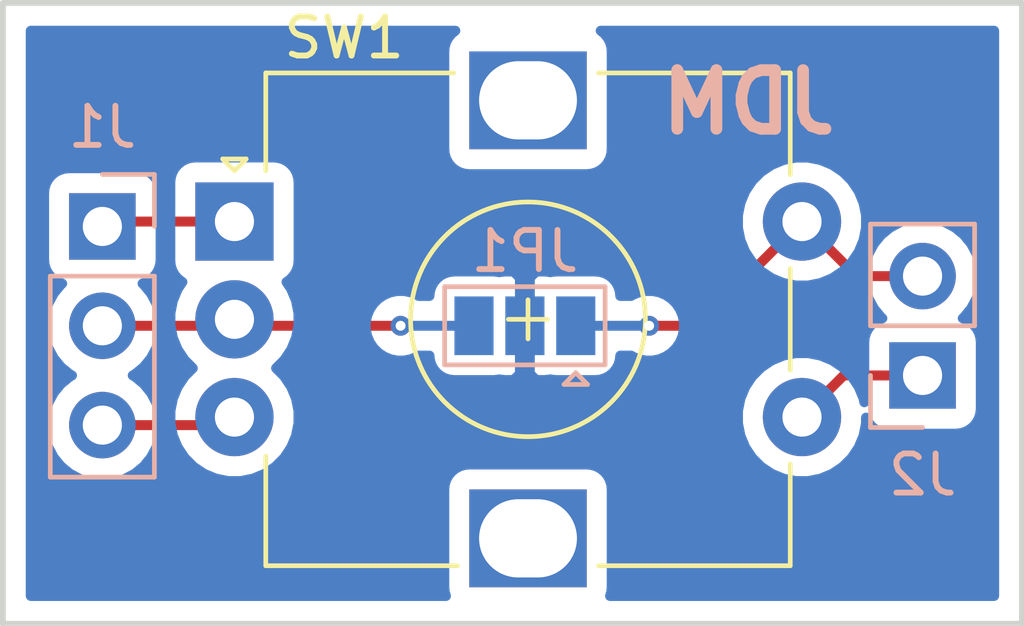
<source format=kicad_pcb>
(kicad_pcb (version 20171130) (host pcbnew "(5.1.2-1)-1")

  (general
    (thickness 1.6)
    (drawings 5)
    (tracks 20)
    (zones 0)
    (modules 4)
    (nets 7)
  )

  (page A4)
  (layers
    (0 F.Cu signal)
    (31 B.Cu signal)
    (34 B.Paste user)
    (35 F.Paste user)
    (36 B.SilkS user)
    (37 F.SilkS user)
    (38 B.Mask user)
    (39 F.Mask user)
    (40 Dwgs.User user)
    (41 Cmts.User user)
    (42 Eco1.User user)
    (43 Eco2.User user)
    (44 Edge.Cuts user)
    (45 Margin user)
    (46 B.CrtYd user)
    (47 F.CrtYd user)
  )

  (setup
    (last_trace_width 0.1524)
    (user_trace_width 0.254)
    (user_trace_width 0.381)
    (user_trace_width 0.508)
    (user_trace_width 0.8128)
    (trace_clearance 0.1524)
    (zone_clearance 0.508)
    (zone_45_only no)
    (trace_min 0.1524)
    (via_size 0.508)
    (via_drill 0.254)
    (via_min_size 0.508)
    (via_min_drill 0.254)
    (uvia_size 0.508)
    (uvia_drill 0.254)
    (uvias_allowed no)
    (uvia_min_size 0.508)
    (uvia_min_drill 0.254)
    (edge_width 0.15)
    (segment_width 0.2)
    (pcb_text_width 0.3)
    (pcb_text_size 1.5 1.5)
    (mod_edge_width 0.15)
    (mod_text_size 1 1)
    (mod_text_width 0.15)
    (pad_size 1.524 1.524)
    (pad_drill 0.762)
    (pad_to_mask_clearance 0.0508)
    (solder_mask_min_width 0.1016)
    (aux_axis_origin 0 0)
    (visible_elements FFFFFF7F)
    (pcbplotparams
      (layerselection 0x010fc_ffffffff)
      (usegerberextensions false)
      (usegerberattributes false)
      (usegerberadvancedattributes false)
      (creategerberjobfile false)
      (excludeedgelayer true)
      (linewidth 0.100000)
      (plotframeref false)
      (viasonmask false)
      (mode 1)
      (useauxorigin false)
      (hpglpennumber 1)
      (hpglpenspeed 20)
      (hpglpendiameter 15.000000)
      (psnegative false)
      (psa4output false)
      (plotreference true)
      (plotvalue true)
      (plotinvisibletext false)
      (padsonsilk false)
      (subtractmaskfromsilk false)
      (outputformat 1)
      (mirror false)
      (drillshape 1)
      (scaleselection 1)
      (outputdirectory ""))
  )

  (net 0 "")
  (net 1 "Net-(J1-Pad3)")
  (net 2 "Net-(J1-Pad2)")
  (net 3 "Net-(J1-Pad1)")
  (net 4 "Net-(J2-Pad2)")
  (net 5 "Net-(J2-Pad1)")
  (net 6 GND)

  (net_class Default "This is the default net class."
    (clearance 0.1524)
    (trace_width 0.1524)
    (via_dia 0.508)
    (via_drill 0.254)
    (uvia_dia 0.508)
    (uvia_drill 0.254)
    (diff_pair_width 0.1524)
    (diff_pair_gap 0.1524)
    (add_net GND)
    (add_net "Net-(J1-Pad1)")
    (add_net "Net-(J1-Pad2)")
    (add_net "Net-(J1-Pad3)")
    (add_net "Net-(J2-Pad1)")
    (add_net "Net-(J2-Pad2)")
  )

  (module Jumper:SolderJumper-3_P1.3mm_Open_Pad1.0x1.5mm (layer B.Cu) (tedit 5A3F8BB2) (tstamp 5D52C818)
    (at 127.635 90.17 180)
    (descr "SMD Solder 3-pad Jumper, 1x1.5mm Pads, 0.3mm gap, open")
    (tags "solder jumper open")
    (path /5D56BB0F)
    (attr virtual)
    (fp_text reference JP1 (at 0 1.905) (layer B.SilkS)
      (effects (font (size 1 1) (thickness 0.15)) (justify mirror))
    )
    (fp_text value SolderJumper_3_Open (at 0 -2) (layer B.Fab)
      (effects (font (size 1 1) (thickness 0.15)) (justify mirror))
    )
    (fp_line (start 2.3 -1.25) (end -2.3 -1.25) (layer B.CrtYd) (width 0.05))
    (fp_line (start 2.3 -1.25) (end 2.3 1.25) (layer B.CrtYd) (width 0.05))
    (fp_line (start -2.3 1.25) (end -2.3 -1.25) (layer B.CrtYd) (width 0.05))
    (fp_line (start -2.3 1.25) (end 2.3 1.25) (layer B.CrtYd) (width 0.05))
    (fp_line (start -2.05 1) (end 2.05 1) (layer B.SilkS) (width 0.12))
    (fp_line (start 2.05 1) (end 2.05 -1) (layer B.SilkS) (width 0.12))
    (fp_line (start 2.05 -1) (end -2.05 -1) (layer B.SilkS) (width 0.12))
    (fp_line (start -2.05 -1) (end -2.05 1) (layer B.SilkS) (width 0.12))
    (fp_line (start -1.3 -1.2) (end -1.6 -1.5) (layer B.SilkS) (width 0.12))
    (fp_line (start -1.6 -1.5) (end -1 -1.5) (layer B.SilkS) (width 0.12))
    (fp_line (start -1.3 -1.2) (end -1 -1.5) (layer B.SilkS) (width 0.12))
    (pad 1 smd rect (at -1.3 0 180) (size 1 1.5) (layers B.Cu B.Mask)
      (net 4 "Net-(J2-Pad2)"))
    (pad 2 smd rect (at 0 0 180) (size 1 1.5) (layers B.Cu B.Mask)
      (net 6 GND))
    (pad 3 smd rect (at 1.3 0 180) (size 1 1.5) (layers B.Cu B.Mask)
      (net 2 "Net-(J1-Pad2)"))
  )

  (module Rotary_Encoder:RotaryEncoder_Alps_EC12E-Switch_Vertical_H20mm (layer F.Cu) (tedit 5A64F492) (tstamp 5D52C385)
    (at 120.215 87.505)
    (descr "Alps rotary encoder, EC12E... with switch, vertical shaft, http://www.alps.com/prod/info/E/HTML/Encoder/Incremental/EC12E/EC12E1240405.html & http://cdn-reichelt.de/documents/datenblatt/F100/402097STEC12E08.PDF")
    (tags "rotary encoder")
    (path /5D566876)
    (fp_text reference SW1 (at 2.8 -4.7) (layer F.SilkS)
      (effects (font (size 1 1) (thickness 0.15)))
    )
    (fp_text value Rotary_Encoder_Switch (at 7.5 10.4) (layer F.Fab)
      (effects (font (size 1 1) (thickness 0.15)))
    )
    (fp_circle (center 7.5 2.5) (end 10.5 2.5) (layer F.Fab) (width 0.12))
    (fp_circle (center 7.5 2.5) (end 10.5 2.5) (layer F.SilkS) (width 0.12))
    (fp_line (start 16 9.85) (end -1.5 9.85) (layer F.CrtYd) (width 0.05))
    (fp_line (start 16 9.85) (end 16 -4.85) (layer F.CrtYd) (width 0.05))
    (fp_line (start -1.5 -4.85) (end -1.5 9.85) (layer F.CrtYd) (width 0.05))
    (fp_line (start -1.5 -4.85) (end 16 -4.85) (layer F.CrtYd) (width 0.05))
    (fp_line (start 1.9 -3.7) (end 14.1 -3.7) (layer F.Fab) (width 0.12))
    (fp_line (start 14.1 -3.7) (end 14.1 8.7) (layer F.Fab) (width 0.12))
    (fp_line (start 14.1 8.7) (end 0.9 8.7) (layer F.Fab) (width 0.12))
    (fp_line (start 0.9 8.7) (end 0.9 -2.6) (layer F.Fab) (width 0.12))
    (fp_line (start 0.9 -2.6) (end 1.9 -3.7) (layer F.Fab) (width 0.12))
    (fp_line (start 9.3 -3.8) (end 14.2 -3.8) (layer F.SilkS) (width 0.12))
    (fp_line (start 14.2 8.8) (end 9.3 8.8) (layer F.SilkS) (width 0.12))
    (fp_line (start 5.7 8.8) (end 0.8 8.8) (layer F.SilkS) (width 0.12))
    (fp_line (start 0.8 8.8) (end 0.8 6) (layer F.SilkS) (width 0.12))
    (fp_line (start 5.6 -3.8) (end 0.8 -3.8) (layer F.SilkS) (width 0.12))
    (fp_line (start 0.8 -3.8) (end 0.8 -1.3) (layer F.SilkS) (width 0.12))
    (fp_line (start 0 -1.3) (end -0.3 -1.6) (layer F.SilkS) (width 0.12))
    (fp_line (start -0.3 -1.6) (end 0.3 -1.6) (layer F.SilkS) (width 0.12))
    (fp_line (start 0.3 -1.6) (end 0 -1.3) (layer F.SilkS) (width 0.12))
    (fp_line (start 7.5 -0.5) (end 7.5 5.5) (layer F.Fab) (width 0.12))
    (fp_line (start 4.5 2.5) (end 10.5 2.5) (layer F.Fab) (width 0.12))
    (fp_line (start 14.2 -3.8) (end 14.2 -1.2) (layer F.SilkS) (width 0.12))
    (fp_line (start 14.2 1.2) (end 14.2 3.8) (layer F.SilkS) (width 0.12))
    (fp_line (start 14.2 6.2) (end 14.2 8.8) (layer F.SilkS) (width 0.12))
    (fp_text user %R (at 11.5 6.6) (layer F.Fab)
      (effects (font (size 1 1) (thickness 0.15)))
    )
    (fp_line (start 7.5 2) (end 7.5 3) (layer F.SilkS) (width 0.12))
    (fp_line (start 7 2.5) (end 8 2.5) (layer F.SilkS) (width 0.12))
    (pad A thru_hole rect (at 0 0) (size 2 2) (drill 1) (layers *.Cu *.Mask)
      (net 3 "Net-(J1-Pad1)"))
    (pad C thru_hole circle (at 0 2.5) (size 2 2) (drill 1) (layers *.Cu *.Mask)
      (net 2 "Net-(J1-Pad2)"))
    (pad B thru_hole circle (at 0 5) (size 2 2) (drill 1) (layers *.Cu *.Mask)
      (net 1 "Net-(J1-Pad3)"))
    (pad MP thru_hole rect (at 7.5 -3.1) (size 3 2.5) (drill oval 2.5 2) (layers *.Cu *.Mask))
    (pad MP thru_hole rect (at 7.5 8.1) (size 3 2.5) (drill oval 2.5 2) (layers *.Cu *.Mask))
    (pad S1 thru_hole circle (at 14.5 0) (size 2 2) (drill 1) (layers *.Cu *.Mask)
      (net 4 "Net-(J2-Pad2)"))
    (pad S2 thru_hole circle (at 14.5 5) (size 2 2) (drill 1) (layers *.Cu *.Mask)
      (net 5 "Net-(J2-Pad1)"))
    (model ${KISYS3DMOD}/Rotary_Encoder.3dshapes/RotaryEncoder_Alps_EC12E-Switch_Vertical_H20mm.wrl
      (at (xyz 0 0 0))
      (scale (xyz 1 1 1))
      (rotate (xyz 0 0 0))
    )
  )

  (module Connector_PinHeader_2.54mm:PinHeader_1x02_P2.54mm_Vertical (layer B.Cu) (tedit 59FED5CC) (tstamp 5D52C35E)
    (at 137.795 91.44)
    (descr "Through hole straight pin header, 1x02, 2.54mm pitch, single row")
    (tags "Through hole pin header THT 1x02 2.54mm single row")
    (path /5D56A2F0)
    (fp_text reference J2 (at 0 2.54) (layer B.SilkS)
      (effects (font (size 1 1) (thickness 0.15)) (justify mirror))
    )
    (fp_text value Conn_01x02 (at 0 -4.87) (layer B.Fab)
      (effects (font (size 1 1) (thickness 0.15)) (justify mirror))
    )
    (fp_text user %R (at 0 0 270) (layer B.Fab)
      (effects (font (size 1 1) (thickness 0.15)) (justify mirror))
    )
    (fp_line (start 1.8 1.8) (end -1.8 1.8) (layer B.CrtYd) (width 0.05))
    (fp_line (start 1.8 -4.35) (end 1.8 1.8) (layer B.CrtYd) (width 0.05))
    (fp_line (start -1.8 -4.35) (end 1.8 -4.35) (layer B.CrtYd) (width 0.05))
    (fp_line (start -1.8 1.8) (end -1.8 -4.35) (layer B.CrtYd) (width 0.05))
    (fp_line (start -1.33 1.33) (end 0 1.33) (layer B.SilkS) (width 0.12))
    (fp_line (start -1.33 0) (end -1.33 1.33) (layer B.SilkS) (width 0.12))
    (fp_line (start -1.33 -1.27) (end 1.33 -1.27) (layer B.SilkS) (width 0.12))
    (fp_line (start 1.33 -1.27) (end 1.33 -3.87) (layer B.SilkS) (width 0.12))
    (fp_line (start -1.33 -1.27) (end -1.33 -3.87) (layer B.SilkS) (width 0.12))
    (fp_line (start -1.33 -3.87) (end 1.33 -3.87) (layer B.SilkS) (width 0.12))
    (fp_line (start -1.27 0.635) (end -0.635 1.27) (layer B.Fab) (width 0.1))
    (fp_line (start -1.27 -3.81) (end -1.27 0.635) (layer B.Fab) (width 0.1))
    (fp_line (start 1.27 -3.81) (end -1.27 -3.81) (layer B.Fab) (width 0.1))
    (fp_line (start 1.27 1.27) (end 1.27 -3.81) (layer B.Fab) (width 0.1))
    (fp_line (start -0.635 1.27) (end 1.27 1.27) (layer B.Fab) (width 0.1))
    (pad 2 thru_hole oval (at 0 -2.54) (size 1.7 1.7) (drill 1) (layers *.Cu *.Mask)
      (net 4 "Net-(J2-Pad2)"))
    (pad 1 thru_hole rect (at 0 0) (size 1.7 1.7) (drill 1) (layers *.Cu *.Mask)
      (net 5 "Net-(J2-Pad1)"))
    (model ${KISYS3DMOD}/Connector_PinHeader_2.54mm.3dshapes/PinHeader_1x02_P2.54mm_Vertical.wrl
      (at (xyz 0 0 0))
      (scale (xyz 1 1 1))
      (rotate (xyz 0 0 0))
    )
  )

  (module Connector_PinHeader_2.54mm:PinHeader_1x03_P2.54mm_Vertical (layer B.Cu) (tedit 59FED5CC) (tstamp 5D52C348)
    (at 116.84 87.63 180)
    (descr "Through hole straight pin header, 1x03, 2.54mm pitch, single row")
    (tags "Through hole pin header THT 1x03 2.54mm single row")
    (path /5D5698F8)
    (fp_text reference J1 (at 0 2.54) (layer B.SilkS)
      (effects (font (size 1 1) (thickness 0.15)) (justify mirror))
    )
    (fp_text value Conn_01x03 (at 0 -7.41) (layer B.Fab)
      (effects (font (size 1 1) (thickness 0.15)) (justify mirror))
    )
    (fp_text user %R (at 0 -2.54 270) (layer B.Fab)
      (effects (font (size 1 1) (thickness 0.15)) (justify mirror))
    )
    (fp_line (start 1.8 1.8) (end -1.8 1.8) (layer B.CrtYd) (width 0.05))
    (fp_line (start 1.8 -6.85) (end 1.8 1.8) (layer B.CrtYd) (width 0.05))
    (fp_line (start -1.8 -6.85) (end 1.8 -6.85) (layer B.CrtYd) (width 0.05))
    (fp_line (start -1.8 1.8) (end -1.8 -6.85) (layer B.CrtYd) (width 0.05))
    (fp_line (start -1.33 1.33) (end 0 1.33) (layer B.SilkS) (width 0.12))
    (fp_line (start -1.33 0) (end -1.33 1.33) (layer B.SilkS) (width 0.12))
    (fp_line (start -1.33 -1.27) (end 1.33 -1.27) (layer B.SilkS) (width 0.12))
    (fp_line (start 1.33 -1.27) (end 1.33 -6.41) (layer B.SilkS) (width 0.12))
    (fp_line (start -1.33 -1.27) (end -1.33 -6.41) (layer B.SilkS) (width 0.12))
    (fp_line (start -1.33 -6.41) (end 1.33 -6.41) (layer B.SilkS) (width 0.12))
    (fp_line (start -1.27 0.635) (end -0.635 1.27) (layer B.Fab) (width 0.1))
    (fp_line (start -1.27 -6.35) (end -1.27 0.635) (layer B.Fab) (width 0.1))
    (fp_line (start 1.27 -6.35) (end -1.27 -6.35) (layer B.Fab) (width 0.1))
    (fp_line (start 1.27 1.27) (end 1.27 -6.35) (layer B.Fab) (width 0.1))
    (fp_line (start -0.635 1.27) (end 1.27 1.27) (layer B.Fab) (width 0.1))
    (pad 3 thru_hole oval (at 0 -5.08 180) (size 1.7 1.7) (drill 1) (layers *.Cu *.Mask)
      (net 1 "Net-(J1-Pad3)"))
    (pad 2 thru_hole oval (at 0 -2.54 180) (size 1.7 1.7) (drill 1) (layers *.Cu *.Mask)
      (net 2 "Net-(J1-Pad2)"))
    (pad 1 thru_hole rect (at 0 0 180) (size 1.7 1.7) (drill 1) (layers *.Cu *.Mask)
      (net 3 "Net-(J1-Pad1)"))
    (model ${KISYS3DMOD}/Connector_PinHeader_2.54mm.3dshapes/PinHeader_1x03_P2.54mm_Vertical.wrl
      (at (xyz 0 0 0))
      (scale (xyz 1 1 1))
      (rotate (xyz 0 0 0))
    )
  )

  (gr_text JDM (at 133.35 84.455) (layer B.SilkS)
    (effects (font (size 1.5 1.5) (thickness 0.3)) (justify mirror))
  )
  (gr_line (start 114.3 97.79) (end 114.3 81.915) (layer Edge.Cuts) (width 0.15) (tstamp 5D52CA3E))
  (gr_line (start 140.335 97.79) (end 114.3 97.79) (layer Edge.Cuts) (width 0.15))
  (gr_line (start 140.335 81.915) (end 140.335 97.79) (layer Edge.Cuts) (width 0.15))
  (gr_line (start 114.3 81.915) (end 140.335 81.915) (layer Edge.Cuts) (width 0.15))

  (segment (start 120.01 92.71) (end 120.215 92.505) (width 0.254) (layer F.Cu) (net 1))
  (segment (start 116.84 92.71) (end 120.01 92.71) (width 0.254) (layer F.Cu) (net 1))
  (segment (start 120.05 90.17) (end 120.215 90.005) (width 0.254) (layer F.Cu) (net 2))
  (segment (start 116.84 90.17) (end 120.05 90.17) (width 0.254) (layer F.Cu) (net 2))
  (segment (start 126.335 90.17) (end 124.46 90.17) (width 0.254) (layer B.Cu) (net 2))
  (segment (start 124.46 90.17) (end 124.46 90.17) (width 0.254) (layer B.Cu) (net 2) (tstamp 5D52CB57))
  (via (at 124.46 90.17) (size 0.508) (drill 0.254) (layers F.Cu B.Cu) (net 2))
  (segment (start 120.38 90.17) (end 120.215 90.005) (width 0.254) (layer F.Cu) (net 2))
  (segment (start 124.46 90.17) (end 120.38 90.17) (width 0.254) (layer F.Cu) (net 2))
  (segment (start 116.965 87.505) (end 116.84 87.63) (width 0.254) (layer F.Cu) (net 3))
  (segment (start 120.215 87.505) (end 116.965 87.505) (width 0.254) (layer F.Cu) (net 3))
  (segment (start 135.78 91.44) (end 134.715 92.505) (width 0.254) (layer F.Cu) (net 5))
  (segment (start 137.795 91.44) (end 135.78 91.44) (width 0.254) (layer F.Cu) (net 5))
  (segment (start 136.11 88.9) (end 134.715 87.505) (width 0.254) (layer F.Cu) (net 4))
  (segment (start 137.795 88.9) (end 136.11 88.9) (width 0.254) (layer F.Cu) (net 4))
  (segment (start 128.935 90.17) (end 130.81 90.17) (width 0.254) (layer B.Cu) (net 4))
  (segment (start 130.81 90.17) (end 130.81 90.17) (width 0.254) (layer B.Cu) (net 4) (tstamp 5D52CB55))
  (via (at 130.81 90.17) (size 0.508) (drill 0.254) (layers F.Cu B.Cu) (net 4))
  (segment (start 132.05 90.17) (end 134.715 87.505) (width 0.254) (layer F.Cu) (net 4))
  (segment (start 130.81 90.17) (end 132.05 90.17) (width 0.254) (layer F.Cu) (net 4))

  (zone (net 6) (net_name GND) (layer B.Cu) (tstamp 0) (hatch edge 0.508)
    (connect_pads (clearance 0.508))
    (min_thickness 0.254)
    (fill yes (arc_segments 32) (thermal_gap 0.508) (thermal_bridge_width 0.508))
    (polygon
      (pts
        (xy 114.3 81.915) (xy 140.335 81.915) (xy 140.335 97.79) (xy 114.3 97.79)
      )
    )
    (filled_polygon
      (pts
        (xy 125.763815 82.703815) (xy 125.684463 82.800506) (xy 125.625498 82.91082) (xy 125.589188 83.030518) (xy 125.576928 83.155)
        (xy 125.576928 85.655) (xy 125.589188 85.779482) (xy 125.625498 85.89918) (xy 125.684463 86.009494) (xy 125.763815 86.106185)
        (xy 125.860506 86.185537) (xy 125.97082 86.244502) (xy 126.090518 86.280812) (xy 126.215 86.293072) (xy 129.215 86.293072)
        (xy 129.339482 86.280812) (xy 129.45918 86.244502) (xy 129.569494 86.185537) (xy 129.666185 86.106185) (xy 129.745537 86.009494)
        (xy 129.804502 85.89918) (xy 129.840812 85.779482) (xy 129.853072 85.655) (xy 129.853072 83.155) (xy 129.840812 83.030518)
        (xy 129.804502 82.91082) (xy 129.745537 82.800506) (xy 129.666185 82.703815) (xy 129.570148 82.625) (xy 139.625 82.625)
        (xy 139.625001 97.08) (xy 129.81032 97.08) (xy 129.840812 96.979482) (xy 129.853072 96.855) (xy 129.853072 94.355)
        (xy 129.840812 94.230518) (xy 129.804502 94.11082) (xy 129.745537 94.000506) (xy 129.666185 93.903815) (xy 129.569494 93.824463)
        (xy 129.45918 93.765498) (xy 129.339482 93.729188) (xy 129.215 93.716928) (xy 126.215 93.716928) (xy 126.090518 93.729188)
        (xy 125.97082 93.765498) (xy 125.860506 93.824463) (xy 125.763815 93.903815) (xy 125.684463 94.000506) (xy 125.625498 94.11082)
        (xy 125.589188 94.230518) (xy 125.576928 94.355) (xy 125.576928 96.855) (xy 125.589188 96.979482) (xy 125.61968 97.08)
        (xy 115.01 97.08) (xy 115.01 90.17) (xy 115.347815 90.17) (xy 115.376487 90.461111) (xy 115.461401 90.741034)
        (xy 115.599294 90.999014) (xy 115.784866 91.225134) (xy 116.010986 91.410706) (xy 116.065791 91.44) (xy 116.010986 91.469294)
        (xy 115.784866 91.654866) (xy 115.599294 91.880986) (xy 115.461401 92.138966) (xy 115.376487 92.418889) (xy 115.347815 92.71)
        (xy 115.376487 93.001111) (xy 115.461401 93.281034) (xy 115.599294 93.539014) (xy 115.784866 93.765134) (xy 116.010986 93.950706)
        (xy 116.268966 94.088599) (xy 116.548889 94.173513) (xy 116.76705 94.195) (xy 116.91295 94.195) (xy 117.131111 94.173513)
        (xy 117.411034 94.088599) (xy 117.669014 93.950706) (xy 117.895134 93.765134) (xy 118.080706 93.539014) (xy 118.218599 93.281034)
        (xy 118.303513 93.001111) (xy 118.332185 92.71) (xy 118.303513 92.418889) (xy 118.218599 92.138966) (xy 118.080706 91.880986)
        (xy 117.895134 91.654866) (xy 117.669014 91.469294) (xy 117.614209 91.44) (xy 117.669014 91.410706) (xy 117.895134 91.225134)
        (xy 118.080706 90.999014) (xy 118.218599 90.741034) (xy 118.303513 90.461111) (xy 118.332185 90.17) (xy 118.303513 89.878889)
        (xy 118.218599 89.598966) (xy 118.080706 89.340986) (xy 117.895134 89.114866) (xy 117.865313 89.090393) (xy 117.93418 89.069502)
        (xy 118.044494 89.010537) (xy 118.141185 88.931185) (xy 118.220537 88.834494) (xy 118.279502 88.72418) (xy 118.315812 88.604482)
        (xy 118.328072 88.48) (xy 118.328072 86.78) (xy 118.315812 86.655518) (xy 118.279502 86.53582) (xy 118.263029 86.505)
        (xy 118.576928 86.505) (xy 118.576928 88.505) (xy 118.589188 88.629482) (xy 118.625498 88.74918) (xy 118.684463 88.859494)
        (xy 118.763815 88.956185) (xy 118.860506 89.035537) (xy 118.886937 89.049665) (xy 118.766082 89.230537) (xy 118.642832 89.528088)
        (xy 118.58 89.843967) (xy 118.58 90.166033) (xy 118.642832 90.481912) (xy 118.766082 90.779463) (xy 118.945013 91.047252)
        (xy 119.152761 91.255) (xy 118.945013 91.462748) (xy 118.766082 91.730537) (xy 118.642832 92.028088) (xy 118.58 92.343967)
        (xy 118.58 92.666033) (xy 118.642832 92.981912) (xy 118.766082 93.279463) (xy 118.945013 93.547252) (xy 119.172748 93.774987)
        (xy 119.440537 93.953918) (xy 119.738088 94.077168) (xy 120.053967 94.14) (xy 120.376033 94.14) (xy 120.691912 94.077168)
        (xy 120.989463 93.953918) (xy 121.257252 93.774987) (xy 121.484987 93.547252) (xy 121.663918 93.279463) (xy 121.787168 92.981912)
        (xy 121.85 92.666033) (xy 121.85 92.343967) (xy 133.08 92.343967) (xy 133.08 92.666033) (xy 133.142832 92.981912)
        (xy 133.266082 93.279463) (xy 133.445013 93.547252) (xy 133.672748 93.774987) (xy 133.940537 93.953918) (xy 134.238088 94.077168)
        (xy 134.553967 94.14) (xy 134.876033 94.14) (xy 135.191912 94.077168) (xy 135.489463 93.953918) (xy 135.757252 93.774987)
        (xy 135.984987 93.547252) (xy 136.163918 93.279463) (xy 136.287168 92.981912) (xy 136.35 92.666033) (xy 136.35 92.516056)
        (xy 136.355498 92.53418) (xy 136.414463 92.644494) (xy 136.493815 92.741185) (xy 136.590506 92.820537) (xy 136.70082 92.879502)
        (xy 136.820518 92.915812) (xy 136.945 92.928072) (xy 138.645 92.928072) (xy 138.769482 92.915812) (xy 138.88918 92.879502)
        (xy 138.999494 92.820537) (xy 139.096185 92.741185) (xy 139.175537 92.644494) (xy 139.234502 92.53418) (xy 139.270812 92.414482)
        (xy 139.283072 92.29) (xy 139.283072 90.59) (xy 139.270812 90.465518) (xy 139.234502 90.34582) (xy 139.175537 90.235506)
        (xy 139.096185 90.138815) (xy 138.999494 90.059463) (xy 138.88918 90.000498) (xy 138.820313 89.979607) (xy 138.850134 89.955134)
        (xy 139.035706 89.729014) (xy 139.173599 89.471034) (xy 139.258513 89.191111) (xy 139.287185 88.9) (xy 139.258513 88.608889)
        (xy 139.173599 88.328966) (xy 139.035706 88.070986) (xy 138.850134 87.844866) (xy 138.624014 87.659294) (xy 138.366034 87.521401)
        (xy 138.086111 87.436487) (xy 137.86795 87.415) (xy 137.72205 87.415) (xy 137.503889 87.436487) (xy 137.223966 87.521401)
        (xy 136.965986 87.659294) (xy 136.739866 87.844866) (xy 136.554294 88.070986) (xy 136.416401 88.328966) (xy 136.331487 88.608889)
        (xy 136.302815 88.9) (xy 136.331487 89.191111) (xy 136.416401 89.471034) (xy 136.554294 89.729014) (xy 136.739866 89.955134)
        (xy 136.769687 89.979607) (xy 136.70082 90.000498) (xy 136.590506 90.059463) (xy 136.493815 90.138815) (xy 136.414463 90.235506)
        (xy 136.355498 90.34582) (xy 136.319188 90.465518) (xy 136.306928 90.59) (xy 136.306928 92.127429) (xy 136.287168 92.028088)
        (xy 136.163918 91.730537) (xy 135.984987 91.462748) (xy 135.757252 91.235013) (xy 135.489463 91.056082) (xy 135.191912 90.932832)
        (xy 134.876033 90.87) (xy 134.553967 90.87) (xy 134.238088 90.932832) (xy 133.940537 91.056082) (xy 133.672748 91.235013)
        (xy 133.445013 91.462748) (xy 133.266082 91.730537) (xy 133.142832 92.028088) (xy 133.08 92.343967) (xy 121.85 92.343967)
        (xy 121.787168 92.028088) (xy 121.663918 91.730537) (xy 121.484987 91.462748) (xy 121.277239 91.255) (xy 121.484987 91.047252)
        (xy 121.663918 90.779463) (xy 121.787168 90.481912) (xy 121.85 90.166033) (xy 121.85 90.082441) (xy 123.571 90.082441)
        (xy 123.571 90.257559) (xy 123.605164 90.429312) (xy 123.672179 90.591099) (xy 123.769469 90.736704) (xy 123.893296 90.860531)
        (xy 124.038901 90.957821) (xy 124.200688 91.024836) (xy 124.372441 91.059) (xy 124.547559 91.059) (xy 124.719312 91.024836)
        (xy 124.881099 90.957821) (xy 124.919743 90.932) (xy 125.19811 90.932) (xy 125.209188 91.044482) (xy 125.245498 91.16418)
        (xy 125.304463 91.274494) (xy 125.383815 91.371185) (xy 125.480506 91.450537) (xy 125.59082 91.509502) (xy 125.710518 91.545812)
        (xy 125.835 91.558072) (xy 126.835 91.558072) (xy 126.959482 91.545812) (xy 126.985 91.538071) (xy 127.010518 91.545812)
        (xy 127.135 91.558072) (xy 127.34925 91.555) (xy 127.508 91.39625) (xy 127.508 90.297) (xy 127.488 90.297)
        (xy 127.488 90.043) (xy 127.508 90.043) (xy 127.508 88.94375) (xy 127.762 88.94375) (xy 127.762 90.043)
        (xy 127.782 90.043) (xy 127.782 90.297) (xy 127.762 90.297) (xy 127.762 91.39625) (xy 127.92075 91.555)
        (xy 128.135 91.558072) (xy 128.259482 91.545812) (xy 128.285 91.538071) (xy 128.310518 91.545812) (xy 128.435 91.558072)
        (xy 129.435 91.558072) (xy 129.559482 91.545812) (xy 129.67918 91.509502) (xy 129.789494 91.450537) (xy 129.886185 91.371185)
        (xy 129.965537 91.274494) (xy 130.024502 91.16418) (xy 130.060812 91.044482) (xy 130.07189 90.932) (xy 130.350257 90.932)
        (xy 130.388901 90.957821) (xy 130.550688 91.024836) (xy 130.722441 91.059) (xy 130.897559 91.059) (xy 131.069312 91.024836)
        (xy 131.231099 90.957821) (xy 131.376704 90.860531) (xy 131.500531 90.736704) (xy 131.597821 90.591099) (xy 131.664836 90.429312)
        (xy 131.699 90.257559) (xy 131.699 90.082441) (xy 131.664836 89.910688) (xy 131.597821 89.748901) (xy 131.500531 89.603296)
        (xy 131.376704 89.479469) (xy 131.231099 89.382179) (xy 131.069312 89.315164) (xy 130.897559 89.281) (xy 130.722441 89.281)
        (xy 130.550688 89.315164) (xy 130.388901 89.382179) (xy 130.350257 89.408) (xy 130.07189 89.408) (xy 130.060812 89.295518)
        (xy 130.024502 89.17582) (xy 129.965537 89.065506) (xy 129.886185 88.968815) (xy 129.789494 88.889463) (xy 129.67918 88.830498)
        (xy 129.559482 88.794188) (xy 129.435 88.781928) (xy 128.435 88.781928) (xy 128.310518 88.794188) (xy 128.285 88.801929)
        (xy 128.259482 88.794188) (xy 128.135 88.781928) (xy 127.92075 88.785) (xy 127.762 88.94375) (xy 127.508 88.94375)
        (xy 127.34925 88.785) (xy 127.135 88.781928) (xy 127.010518 88.794188) (xy 126.985 88.801929) (xy 126.959482 88.794188)
        (xy 126.835 88.781928) (xy 125.835 88.781928) (xy 125.710518 88.794188) (xy 125.59082 88.830498) (xy 125.480506 88.889463)
        (xy 125.383815 88.968815) (xy 125.304463 89.065506) (xy 125.245498 89.17582) (xy 125.209188 89.295518) (xy 125.19811 89.408)
        (xy 124.919743 89.408) (xy 124.881099 89.382179) (xy 124.719312 89.315164) (xy 124.547559 89.281) (xy 124.372441 89.281)
        (xy 124.200688 89.315164) (xy 124.038901 89.382179) (xy 123.893296 89.479469) (xy 123.769469 89.603296) (xy 123.672179 89.748901)
        (xy 123.605164 89.910688) (xy 123.571 90.082441) (xy 121.85 90.082441) (xy 121.85 89.843967) (xy 121.787168 89.528088)
        (xy 121.663918 89.230537) (xy 121.543063 89.049665) (xy 121.569494 89.035537) (xy 121.666185 88.956185) (xy 121.745537 88.859494)
        (xy 121.804502 88.74918) (xy 121.840812 88.629482) (xy 121.853072 88.505) (xy 121.853072 87.343967) (xy 133.08 87.343967)
        (xy 133.08 87.666033) (xy 133.142832 87.981912) (xy 133.266082 88.279463) (xy 133.445013 88.547252) (xy 133.672748 88.774987)
        (xy 133.940537 88.953918) (xy 134.238088 89.077168) (xy 134.553967 89.14) (xy 134.876033 89.14) (xy 135.191912 89.077168)
        (xy 135.489463 88.953918) (xy 135.757252 88.774987) (xy 135.984987 88.547252) (xy 136.163918 88.279463) (xy 136.287168 87.981912)
        (xy 136.35 87.666033) (xy 136.35 87.343967) (xy 136.287168 87.028088) (xy 136.163918 86.730537) (xy 135.984987 86.462748)
        (xy 135.757252 86.235013) (xy 135.489463 86.056082) (xy 135.191912 85.932832) (xy 134.876033 85.87) (xy 134.553967 85.87)
        (xy 134.238088 85.932832) (xy 133.940537 86.056082) (xy 133.672748 86.235013) (xy 133.445013 86.462748) (xy 133.266082 86.730537)
        (xy 133.142832 87.028088) (xy 133.08 87.343967) (xy 121.853072 87.343967) (xy 121.853072 86.505) (xy 121.840812 86.380518)
        (xy 121.804502 86.26082) (xy 121.745537 86.150506) (xy 121.666185 86.053815) (xy 121.569494 85.974463) (xy 121.45918 85.915498)
        (xy 121.339482 85.879188) (xy 121.215 85.866928) (xy 119.215 85.866928) (xy 119.090518 85.879188) (xy 118.97082 85.915498)
        (xy 118.860506 85.974463) (xy 118.763815 86.053815) (xy 118.684463 86.150506) (xy 118.625498 86.26082) (xy 118.589188 86.380518)
        (xy 118.576928 86.505) (xy 118.263029 86.505) (xy 118.220537 86.425506) (xy 118.141185 86.328815) (xy 118.044494 86.249463)
        (xy 117.93418 86.190498) (xy 117.814482 86.154188) (xy 117.69 86.141928) (xy 115.99 86.141928) (xy 115.865518 86.154188)
        (xy 115.74582 86.190498) (xy 115.635506 86.249463) (xy 115.538815 86.328815) (xy 115.459463 86.425506) (xy 115.400498 86.53582)
        (xy 115.364188 86.655518) (xy 115.351928 86.78) (xy 115.351928 88.48) (xy 115.364188 88.604482) (xy 115.400498 88.72418)
        (xy 115.459463 88.834494) (xy 115.538815 88.931185) (xy 115.635506 89.010537) (xy 115.74582 89.069502) (xy 115.814687 89.090393)
        (xy 115.784866 89.114866) (xy 115.599294 89.340986) (xy 115.461401 89.598966) (xy 115.376487 89.878889) (xy 115.347815 90.17)
        (xy 115.01 90.17) (xy 115.01 82.625) (xy 125.859852 82.625)
      )
    )
  )
)

</source>
